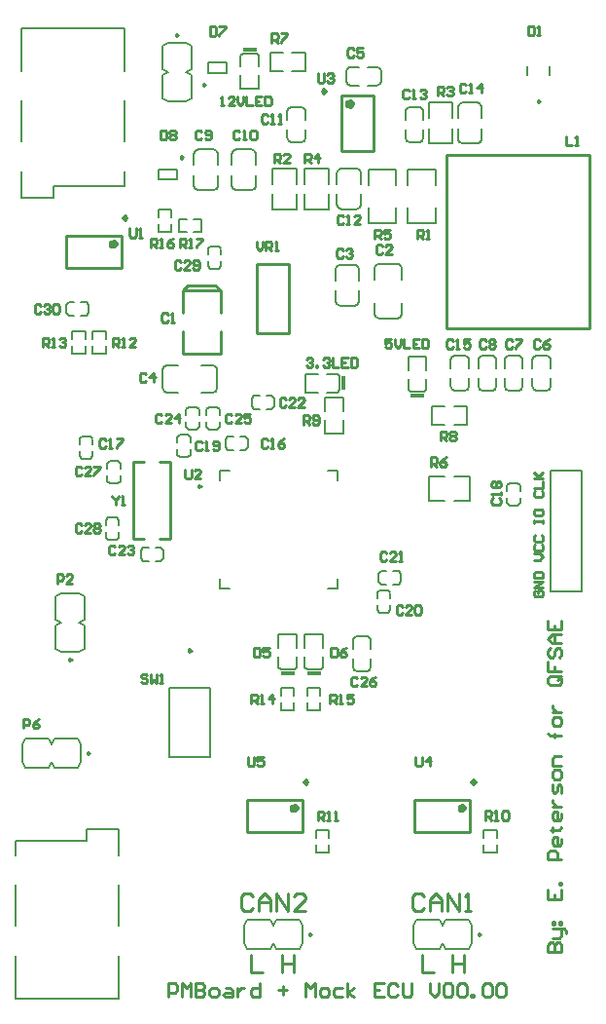
<source format=gto>
G04*
G04 #@! TF.GenerationSoftware,Altium Limited,Altium Designer,20.1.14 (287)*
G04*
G04 Layer_Color=65535*
%FSLAX25Y25*%
%MOIN*%
G70*
G04*
G04 #@! TF.SameCoordinates,C5642C15-9C93-435C-A7BF-0FB1E55D52FF*
G04*
G04*
G04 #@! TF.FilePolarity,Positive*
G04*
G01*
G75*
%ADD10C,0.00787*%
%ADD11C,0.00984*%
%ADD12C,0.01181*%
%ADD13C,0.01575*%
%ADD14C,0.01000*%
%ADD15R,0.04724X0.01181*%
%ADD16R,0.01181X0.04724*%
D10*
X181602Y181339D02*
X180736Y180472D01*
X185264D02*
X184398Y181339D01*
X180736Y174528D02*
X181602Y173661D01*
X184398D02*
X185264Y174528D01*
X161390Y214531D02*
X161851Y213418D01*
X162965Y212957D01*
X166035D02*
X167149Y213418D01*
X167610Y214531D01*
X167610Y223468D02*
X167149Y224582D01*
X166035Y225043D01*
X162965Y225043D02*
X161851Y224582D01*
X161390Y223468D01*
X170890Y214531D02*
X171351Y213418D01*
X172465Y212957D01*
X175535D02*
X176649Y213418D01*
X177110Y214531D01*
X177110Y223468D02*
X176649Y224582D01*
X175535Y225043D01*
X172465Y225043D02*
X171351Y224582D01*
X170890Y223468D01*
X179890Y214531D02*
X180351Y213418D01*
X181465Y212957D01*
X184535D02*
X185649Y213418D01*
X186110Y214531D01*
X186110Y223468D02*
X185649Y224582D01*
X184535Y225043D01*
X181465Y225043D02*
X180351Y224582D01*
X179890Y223468D01*
X189390Y214531D02*
X189851Y213418D01*
X190965Y212957D01*
X194035D02*
X195149Y213418D01*
X195610Y214531D01*
X195610Y223468D02*
X195149Y224582D01*
X194035Y225043D01*
X190965Y225043D02*
X189851Y224582D01*
X189390Y223468D01*
X137102Y144665D02*
X136236Y143799D01*
X140764D02*
X139898Y144665D01*
X136236Y137854D02*
X137102Y136988D01*
X139898D02*
X140764Y137854D01*
X68602Y197839D02*
X67736Y196972D01*
X72264D02*
X71398Y197839D01*
X67736Y191028D02*
X68602Y190161D01*
X71398D02*
X72264Y191028D01*
X35102Y197339D02*
X34236Y196472D01*
X38764D02*
X37898Y197339D01*
X34236Y190528D02*
X35102Y189661D01*
X37898D02*
X38764Y190528D01*
X84161Y193602D02*
X85028Y192736D01*
Y197264D02*
X84161Y196398D01*
X90972Y192736D02*
X91839Y193602D01*
Y196398D02*
X90972Y197264D01*
X79102Y262339D02*
X78236Y261472D01*
X82764D02*
X81898Y262339D01*
X78236Y255528D02*
X79102Y254661D01*
X81898D02*
X82764Y255528D01*
X127890Y118532D02*
X128351Y117418D01*
X129465Y116957D01*
X132535D02*
X133649Y117418D01*
X134110Y118532D01*
X134110Y127469D02*
X133649Y128582D01*
X132535Y129043D01*
X129465Y129043D02*
X128351Y128582D01*
X127890Y127469D01*
X62839Y158398D02*
X61972Y159264D01*
Y154736D02*
X62839Y155602D01*
X56028Y159264D02*
X55161Y158398D01*
Y155602D02*
X56028Y154736D01*
X100839Y210398D02*
X99972Y211264D01*
Y206736D02*
X100839Y207602D01*
X94028Y211264D02*
X93161Y210398D01*
Y207602D02*
X94028Y206736D01*
X81398Y199661D02*
X82264Y200528D01*
X77736D02*
X78602Y199661D01*
X82264Y206472D02*
X81398Y207339D01*
X78602D02*
X77736Y206472D01*
X74398Y199661D02*
X75264Y200528D01*
X70736D02*
X71602Y199661D01*
X75264Y206472D02*
X74398Y207339D01*
X71602D02*
X70736Y206472D01*
X46898Y161835D02*
X47764Y162701D01*
X43236D02*
X44102Y161835D01*
X47764Y168646D02*
X46898Y169512D01*
X44102D02*
X43236Y168646D01*
X44602Y188839D02*
X43736Y187972D01*
X48264D02*
X47398Y188839D01*
X43736Y182028D02*
X44602Y181161D01*
X47398D02*
X48264Y182028D01*
X79697Y212276D02*
X80810Y212737D01*
X81272Y213850D01*
Y220150D02*
X80810Y221263D01*
X79697Y221724D01*
X64303D02*
X63190Y221263D01*
X62728Y220150D01*
Y213850D02*
X63190Y212737D01*
X64303Y212276D01*
X37339Y242398D02*
X36472Y243264D01*
Y238736D02*
X37339Y239602D01*
X30528Y243264D02*
X29661Y242398D01*
Y239602D02*
X30528Y238736D01*
X123500Y255968D02*
X122386Y255507D01*
X121925Y254394D01*
X130075Y254394D02*
X129614Y255507D01*
X128500Y255968D01*
X128500Y242032D02*
X129614Y242493D01*
X130075Y243606D01*
X121925Y243606D02*
X122386Y242493D01*
X123500Y242032D01*
X122425Y276606D02*
X122886Y275493D01*
X124000Y275031D01*
X129000Y275031D02*
X130114Y275493D01*
X130575Y276606D01*
X130575Y287394D02*
X130114Y288507D01*
X129000Y288968D01*
X124000Y288968D02*
X122886Y288507D01*
X122425Y287394D01*
X152110Y308469D02*
X151649Y309582D01*
X150535Y310043D01*
X147465D02*
X146351Y309582D01*
X145890Y308469D01*
X145890Y299532D02*
X146351Y298418D01*
X147465Y297957D01*
X150535Y297957D02*
X151649Y298418D01*
X152110Y299532D01*
X163925Y299106D02*
X164386Y297993D01*
X165500Y297532D01*
X170500Y297532D02*
X171614Y297993D01*
X172075Y299106D01*
X172075Y309894D02*
X171614Y311007D01*
X170500Y311469D01*
X165500Y311469D02*
X164386Y311007D01*
X163925Y309894D01*
X106965Y310043D02*
X105851Y309582D01*
X105390Y308469D01*
X111610Y308469D02*
X111149Y309582D01*
X110035Y310043D01*
X110035Y297957D02*
X111149Y298418D01*
X111610Y299532D01*
X105390D02*
X105851Y298418D01*
X106965Y297957D01*
X144339Y150398D02*
X143472Y151264D01*
Y146736D02*
X144339Y147602D01*
X137528Y151264D02*
X136661Y150398D01*
Y147602D02*
X137528Y146736D01*
X136850Y256272D02*
X135737Y255810D01*
X135276Y254697D01*
X144724D02*
X144263Y255810D01*
X143150Y256272D01*
Y237728D02*
X144263Y238190D01*
X144724Y239303D01*
X135276Y239303D02*
X135737Y238190D01*
X136850Y237728D01*
X125488Y318965D02*
X125949Y317851D01*
X127063Y317390D01*
X127063Y323610D02*
X125949Y323149D01*
X125488Y322035D01*
X137575Y322035D02*
X137114Y323149D01*
X136000Y323610D01*
Y317390D02*
X137114Y317851D01*
X137575Y318965D01*
X88000Y295472D02*
X86886Y295011D01*
X86425Y293898D01*
X94575Y293898D02*
X94113Y295011D01*
X93000Y295472D01*
X93000Y281535D02*
X94114Y281997D01*
X94575Y283110D01*
X86425Y283110D02*
X86886Y281997D01*
X88000Y281535D01*
X75000Y295468D02*
X73886Y295007D01*
X73425Y293894D01*
X81575Y293894D02*
X81113Y295007D01*
X80000Y295468D01*
X80000Y281532D02*
X81114Y281993D01*
X81575Y283106D01*
X73425Y283106D02*
X73886Y281993D01*
X75000Y281532D01*
X181602Y181339D02*
X184398D01*
X180736Y178681D02*
Y180453D01*
X185264Y178681D02*
Y180453D01*
X180736Y174547D02*
Y176319D01*
X185264Y174547D02*
Y176319D01*
X181602Y173661D02*
X184398D01*
X148500Y23969D02*
Y30031D01*
X167516Y22000D02*
X168500Y23969D01*
X159485Y22000D02*
X167516D01*
X158500Y23969D02*
X159485Y22000D01*
X157516D02*
X158500Y23969D01*
X149485Y22000D02*
X157516D01*
X148500Y23969D02*
X149485Y22000D01*
X148500Y30031D02*
X149485Y32000D01*
X157516D01*
X158500Y30031D01*
X159485Y32000D01*
X167516D01*
X168500Y30031D01*
Y23969D02*
Y30031D01*
X167610Y214531D02*
Y217425D01*
X167610Y220575D02*
Y223468D01*
X161390Y220575D02*
Y223468D01*
X162965Y212957D02*
X166035D01*
X162965Y225043D02*
X166035D01*
X161390Y214531D02*
Y217425D01*
X177110Y214531D02*
Y217425D01*
X177110Y220575D02*
Y223468D01*
X170890Y220575D02*
Y223468D01*
X172465Y212957D02*
X175535D01*
X172465Y225043D02*
X175535D01*
X170890Y214531D02*
Y217425D01*
X186110Y214531D02*
Y217425D01*
X186110Y220575D02*
Y223468D01*
X179890Y220575D02*
Y223468D01*
X181465Y212957D02*
X184535D01*
X181465Y225043D02*
X184535D01*
X179890Y214531D02*
Y217425D01*
X195610Y214531D02*
Y217425D01*
X195610Y220575D02*
Y223468D01*
X189390Y220575D02*
Y223468D01*
X190965Y212957D02*
X194035D01*
X190965Y225043D02*
X194035D01*
X189390Y214531D02*
Y217425D01*
X137102Y144665D02*
X139898D01*
X136236Y142008D02*
Y143780D01*
X140764Y142008D02*
Y143780D01*
X136236Y137874D02*
Y139646D01*
X140764Y137874D02*
Y139646D01*
X137102Y136988D02*
X139898D01*
X68602Y197839D02*
X71398D01*
X67736Y195181D02*
Y196953D01*
X72264Y195181D02*
Y196953D01*
X67736Y191047D02*
Y192819D01*
X72264Y191047D02*
Y192819D01*
X68602Y190161D02*
X71398D01*
X35102Y197339D02*
X37898D01*
X34236Y194681D02*
Y196453D01*
X38764Y194681D02*
Y196453D01*
X34236Y190547D02*
Y192319D01*
X38764Y190547D02*
Y192319D01*
X35102Y189661D02*
X37898D01*
X84161Y193602D02*
Y196398D01*
X85047Y192736D02*
X86819D01*
X85047Y197264D02*
X86819D01*
X89181Y192736D02*
X90953D01*
X89181Y197264D02*
X90953D01*
X91839Y193602D02*
Y196398D01*
X79102Y262339D02*
X81898D01*
X78236Y259681D02*
Y261453D01*
X82764Y259681D02*
Y261453D01*
X78236Y255547D02*
Y257319D01*
X82764Y255547D02*
Y257319D01*
X79102Y254661D02*
X81898D01*
X134110Y118532D02*
Y121425D01*
X134110Y124575D02*
Y127469D01*
X127890Y124575D02*
Y127469D01*
X129465Y116957D02*
X132535D01*
X129465Y129043D02*
X132535D01*
X127890Y118532D02*
Y121425D01*
X112236Y103661D02*
X116764D01*
X112236Y111339D02*
X116764D01*
X112236Y103661D02*
Y106319D01*
Y108681D02*
Y111339D01*
X116764Y103661D02*
Y106319D01*
Y108681D02*
Y111339D01*
X62839Y155602D02*
Y158398D01*
X60181Y159264D02*
X61953D01*
X60181Y154736D02*
X61953D01*
X56047Y159264D02*
X57819D01*
X56047Y154736D02*
X57819D01*
X55161Y155602D02*
Y158398D01*
X78890Y87689D02*
Y111311D01*
X65110D02*
X78890D01*
X65110Y87689D02*
X78890D01*
X65110D02*
Y111311D01*
X117610Y125075D02*
Y129543D01*
Y118382D02*
Y121925D01*
X111390Y125075D02*
Y129543D01*
X112150Y117595D02*
X116850D01*
X111390Y129543D02*
X117610D01*
X111390Y118382D02*
Y121925D01*
Y118382D02*
X112150Y117595D01*
X116850D02*
X117610Y118382D01*
X103236Y103661D02*
X107764D01*
X103236Y111339D02*
X107764D01*
X103236Y103661D02*
Y106319D01*
Y108681D02*
Y111339D01*
X107764Y103661D02*
Y106319D01*
Y108681D02*
Y111339D01*
X108610Y125075D02*
Y129543D01*
Y118382D02*
Y121925D01*
X102390Y125075D02*
Y129543D01*
X103150Y117595D02*
X107850D01*
X102390Y129543D02*
X108610D01*
X102390Y118382D02*
Y121925D01*
Y118382D02*
X103150Y117595D01*
X107850D02*
X108610Y118382D01*
X124610Y206075D02*
Y210543D01*
Y198457D02*
Y202925D01*
X118390Y206075D02*
Y210543D01*
Y198457D02*
X124610D01*
X118390Y210543D02*
X124610D01*
X118390Y198457D02*
Y202925D01*
X111457Y218610D02*
X115925D01*
X119075D02*
X122618D01*
X111457Y212390D02*
X115925D01*
X123406Y213150D02*
Y217850D01*
X111457Y212390D02*
Y218610D01*
X119075Y212390D02*
X122618D01*
X123406Y213150D01*
X122618Y218610D02*
X123406Y217850D01*
X154957Y207610D02*
X159425D01*
X162575D02*
X167043D01*
X154957Y201390D02*
X159425D01*
X167043D02*
Y207610D01*
X154957Y201390D02*
Y207610D01*
X162575Y201390D02*
X167043D01*
X153110Y220075D02*
Y224543D01*
Y213382D02*
Y216925D01*
X146890Y220075D02*
Y224543D01*
X147650Y212595D02*
X152350D01*
X146890Y224543D02*
X153110D01*
X146890Y213382D02*
Y216925D01*
Y213382D02*
X147650Y212595D01*
X152350D02*
X153110Y213382D01*
X82421Y185579D02*
X85669D01*
X119331D02*
X122579D01*
Y145421D02*
Y148669D01*
Y182331D02*
Y185579D01*
X82421Y145421D02*
X85669D01*
X119331D02*
X122579D01*
X82421D02*
Y148669D01*
Y182331D02*
Y185579D01*
X100839Y207602D02*
Y210398D01*
X98181Y211264D02*
X99953D01*
X98181Y206736D02*
X99953D01*
X94047Y211264D02*
X95819D01*
X94047Y206736D02*
X95819D01*
X93161Y207602D02*
Y210398D01*
X78602Y199661D02*
X81398D01*
X82264Y200547D02*
Y202319D01*
X77736Y200547D02*
Y202319D01*
X82264Y204681D02*
Y206453D01*
X77736Y204681D02*
Y206453D01*
X78602Y207339D02*
X81398D01*
X71602Y199661D02*
X74398D01*
X75264Y200547D02*
Y202319D01*
X70736Y200547D02*
Y202319D01*
X75264Y204681D02*
Y206453D01*
X70736Y204681D02*
Y206453D01*
X71602Y207339D02*
X74398D01*
X75839Y267236D02*
Y271764D01*
X68161Y267236D02*
Y271764D01*
X73181Y267236D02*
X75839D01*
X68161D02*
X70819D01*
X73181Y271764D02*
X75839D01*
X68161D02*
X70819D01*
X61236Y267335D02*
X65764D01*
X61236Y275012D02*
X65764D01*
X61236Y267335D02*
Y269992D01*
Y272354D02*
Y275012D01*
X65764Y267335D02*
Y269992D01*
Y272354D02*
Y275012D01*
X44102Y161835D02*
X46898D01*
X47764Y162721D02*
Y164492D01*
X43236Y162721D02*
Y164492D01*
X47764Y166854D02*
Y168626D01*
X43236Y166854D02*
Y168626D01*
X44102Y169512D02*
X46898D01*
X44602Y188839D02*
X47398D01*
X43736Y186181D02*
Y187953D01*
X48264Y186181D02*
Y187953D01*
X43736Y182047D02*
Y183819D01*
X48264Y182047D02*
Y183819D01*
X44602Y181161D02*
X47398D01*
X81272Y213850D02*
Y220150D01*
X62728Y213850D02*
Y220150D01*
X75937Y212276D02*
X79697D01*
X64303D02*
X68063D01*
X64303Y221724D02*
X68063D01*
X75937D02*
X79697D01*
X47717Y54047D02*
Y62906D01*
Y29835D02*
Y43811D01*
Y5032D02*
Y19598D01*
X12284Y5032D02*
X47717D01*
X36693Y62906D02*
X47717D01*
X36693Y58969D02*
Y62906D01*
X12284Y58969D02*
X36693D01*
X12284Y5032D02*
Y19598D01*
Y29835D02*
Y43811D01*
Y54047D02*
Y58969D01*
X31736Y225661D02*
X36264D01*
X31736Y233339D02*
X36264D01*
X31736Y225661D02*
Y228319D01*
Y230681D02*
Y233339D01*
X36264Y225661D02*
Y228319D01*
Y230681D02*
Y233339D01*
X38736Y225661D02*
X43264D01*
X38736Y233339D02*
X43264D01*
X38736Y225661D02*
Y228319D01*
Y230681D02*
Y233339D01*
X43264Y225661D02*
Y228319D01*
Y230681D02*
Y233339D01*
X37339Y239602D02*
Y242398D01*
X34681Y243264D02*
X36453D01*
X34681Y238736D02*
X36453D01*
X30547Y243264D02*
X32319D01*
X30547Y238736D02*
X32319D01*
X29661Y239602D02*
Y242398D01*
X121925Y243606D02*
Y247228D01*
Y250772D02*
Y254394D01*
X130075Y250772D02*
Y254394D01*
X123500Y255968D02*
X128500D01*
X130075Y243606D02*
Y247228D01*
X123500Y242032D02*
X128500D01*
X146776Y283437D02*
Y288772D01*
X156224Y283437D02*
Y288772D01*
Y270228D02*
Y275563D01*
X146776Y270228D02*
X156224D01*
X146776Y288772D02*
X156224D01*
X146776Y270228D02*
Y275563D01*
X133276Y283437D02*
Y288772D01*
X142724Y283437D02*
Y288772D01*
Y270228D02*
Y275563D01*
X133276Y270228D02*
X142724D01*
X133276Y288772D02*
X142724D01*
X133276Y270228D02*
Y275563D01*
X124000Y275031D02*
X129000D01*
X130575Y276606D02*
Y280228D01*
X124000Y288968D02*
X129000D01*
X130575Y283772D02*
Y287394D01*
X122425Y283772D02*
Y287394D01*
Y276606D02*
Y280228D01*
X100425Y288968D02*
X108575D01*
X100425Y275031D02*
X108575D01*
Y280228D01*
Y283772D02*
Y288968D01*
X100425Y283772D02*
Y288968D01*
Y275031D02*
Y280228D01*
X111425Y288968D02*
X119575D01*
X111425Y275031D02*
X119575D01*
Y280228D01*
Y283772D02*
Y288968D01*
X111425Y283772D02*
Y288968D01*
Y275031D02*
Y280228D01*
X145890Y305575D02*
Y308469D01*
X145890Y299532D02*
Y302425D01*
X152110Y299532D02*
Y302425D01*
X147465Y310043D02*
X150535D01*
X147465Y297957D02*
X150535D01*
X152110Y305575D02*
Y308469D01*
X153925Y297532D02*
X162075D01*
X153925Y311469D02*
X162075D01*
X153925Y306272D02*
Y311469D01*
Y297532D02*
Y302728D01*
X162075Y297532D02*
Y302728D01*
Y306272D02*
Y311469D01*
X165500Y297532D02*
X170500D01*
X172075Y299106D02*
Y302728D01*
X165500Y311469D02*
X170500D01*
X172075Y306272D02*
Y309894D01*
X163925Y306272D02*
Y309894D01*
Y299106D02*
Y302728D01*
X105390Y299532D02*
Y302425D01*
X106965Y310043D02*
X110035D01*
X106965Y297957D02*
X110035D01*
X105390Y305575D02*
Y308469D01*
X111610Y305575D02*
Y308469D01*
X111610Y299532D02*
Y302425D01*
X78252Y325272D02*
X84748D01*
X78252Y321728D02*
X84748D01*
X78252D02*
Y325272D01*
X84748Y321728D02*
Y325272D01*
X61252Y285228D02*
X67748D01*
X61252Y288772D02*
X67748D01*
Y285228D02*
Y288772D01*
X61252Y285228D02*
Y288772D01*
X64469Y332000D02*
X70531D01*
X62500Y331016D02*
X64469Y332000D01*
X62500Y322985D02*
Y331016D01*
Y322985D02*
X64469Y322000D01*
X62500Y321016D02*
X64469Y322000D01*
X62500Y312985D02*
Y321016D01*
Y312985D02*
X64469Y312000D01*
X70531D02*
X72500Y312985D01*
Y321016D01*
X70531Y322000D02*
X72500Y321016D01*
X70531Y322000D02*
X72500Y322985D01*
Y331016D01*
X70531Y332000D02*
X72500Y331016D01*
X64469Y312000D02*
X70531D01*
X89390Y327618D02*
X90150Y328405D01*
X94850D02*
X95610Y327618D01*
Y324075D02*
Y327618D01*
X89390Y316457D02*
X95610D01*
X90150Y328405D02*
X94850D01*
X95610Y316457D02*
Y320925D01*
X89390Y324075D02*
Y327618D01*
Y316457D02*
Y320925D01*
X107075Y322390D02*
X111543D01*
X99457D02*
Y328610D01*
X111543Y322390D02*
Y328610D01*
X99457Y322390D02*
X103925D01*
X107075Y328610D02*
X111543D01*
X99457D02*
X103925D01*
X14284Y279095D02*
Y287953D01*
Y298189D02*
Y312165D01*
Y322402D02*
Y336968D01*
X49716D01*
X14284Y279095D02*
X25307D01*
Y283032D01*
X49716D01*
Y322402D02*
Y336968D01*
Y298189D02*
Y312165D01*
Y283032D02*
Y287953D01*
X195705Y185591D02*
X206295D01*
X195705Y144409D02*
Y185591D01*
Y144409D02*
X206295D01*
Y185591D01*
X144339Y147602D02*
Y150398D01*
X141681Y151264D02*
X143453D01*
X141681Y146736D02*
X143453D01*
X137547Y151264D02*
X139319D01*
X137547Y146736D02*
X139319D01*
X136661Y147602D02*
Y150398D01*
X27969Y123500D02*
X34031D01*
X36000Y124484D01*
Y132515D01*
X34031Y133500D02*
X36000Y132515D01*
X34031Y133500D02*
X36000Y134484D01*
Y142515D01*
X34031Y143500D02*
X36000Y142515D01*
X26000D02*
X27969Y143500D01*
X26000Y134484D02*
Y142515D01*
Y134484D02*
X27969Y133500D01*
X26000Y132515D02*
X27969Y133500D01*
X26000Y124484D02*
Y132515D01*
Y124484D02*
X27969Y123500D01*
Y143500D02*
X34031D01*
X162772Y175425D02*
X167968D01*
X154032D02*
X159228D01*
X154032Y183575D02*
X159228D01*
X162772D02*
X167968D01*
Y175425D02*
Y183575D01*
X154032Y175425D02*
Y183575D01*
X144724Y239303D02*
Y243063D01*
Y250937D02*
Y254697D01*
X135276Y250937D02*
Y254697D01*
Y239303D02*
Y243063D01*
X136850Y256272D02*
X143150D01*
X136850Y237728D02*
X143150D01*
X34500Y85969D02*
Y92031D01*
X33516Y94000D02*
X34500Y92031D01*
X25485Y94000D02*
X33516D01*
X24500Y92031D02*
X25485Y94000D01*
X23516D02*
X24500Y92031D01*
X15485Y94000D02*
X23516D01*
X14500Y92031D02*
X15485Y94000D01*
X14500Y85969D02*
X15485Y84000D01*
X23516D01*
X24500Y85969D01*
X25485Y84000D01*
X33516D01*
X34500Y85969D01*
X14500D02*
Y92031D01*
X119764Y59854D02*
Y62512D01*
Y54835D02*
Y57492D01*
X115236Y59854D02*
Y62512D01*
Y54835D02*
Y57492D01*
Y62512D02*
X119764D01*
X115236Y54835D02*
X119764D01*
X177264Y60008D02*
Y62665D01*
Y54988D02*
Y57646D01*
X172736Y60008D02*
Y62665D01*
Y54988D02*
Y57646D01*
Y62665D02*
X177264D01*
X172736Y54988D02*
X177264D01*
X110500Y23969D02*
Y30031D01*
X109516Y32000D02*
X110500Y30031D01*
X101485Y32000D02*
X109516D01*
X100500Y30031D02*
X101485Y32000D01*
X99516D02*
X100500Y30031D01*
X91485Y32000D02*
X99516D01*
X90500Y30031D02*
X91485Y32000D01*
X90500Y23969D02*
X91485Y22000D01*
X99516D01*
X100500Y23969D01*
X101485Y22000D01*
X109516D01*
X110500Y23969D01*
X90500D02*
Y30031D01*
X133106Y317390D02*
X136000D01*
X125488Y318965D02*
Y322035D01*
X137575Y318965D02*
Y322035D01*
X127063Y317390D02*
X129957D01*
X127063Y323610D02*
X129957D01*
X133106Y323610D02*
X136000D01*
X195339Y320984D02*
Y324016D01*
X187661Y320984D02*
Y324016D01*
X86425Y283110D02*
Y286732D01*
Y290276D02*
Y293898D01*
X94575Y290276D02*
Y293898D01*
X88000Y295472D02*
X93000D01*
X94575Y283110D02*
Y286732D01*
X88000Y281535D02*
X93000D01*
X73425Y283106D02*
Y286728D01*
Y290272D02*
Y293894D01*
X81575Y290272D02*
Y293894D01*
X75000Y295468D02*
X80000D01*
X81575Y283106D02*
Y286728D01*
X75000Y281532D02*
X80000D01*
D11*
X171551Y27000D02*
X170813Y27426D01*
Y26574D01*
X171551Y27000D01*
X72492Y124087D02*
X71754Y124513D01*
Y123660D01*
X72492Y124087D01*
X75827Y180264D02*
X75089Y180690D01*
Y179838D01*
X75827Y180264D01*
X77425Y317693D02*
X76687Y318119D01*
Y317267D01*
X77425Y317693D01*
X69559Y292807D02*
X68821Y293233D01*
Y292381D01*
X69559Y292807D01*
X67992Y334559D02*
X67254Y334985D01*
Y334133D01*
X67992Y334559D01*
X31492Y120941D02*
X30754Y121367D01*
Y120515D01*
X31492Y120941D01*
X37551Y89000D02*
X36813Y89426D01*
Y88574D01*
X37551Y89000D01*
X113551Y27000D02*
X112813Y27426D01*
Y26574D01*
X113551Y27000D01*
X191992Y311968D02*
X191254Y312395D01*
Y311542D01*
X191992Y311968D01*
D12*
X50417Y271917D02*
X49827Y272508D01*
X49236Y271917D01*
X49827Y271327D01*
X50417Y271917D01*
X118673Y315327D02*
X118083Y315917D01*
X117492Y315327D01*
X118083Y314736D01*
X118673Y315327D01*
X112417Y78917D02*
X111827Y79508D01*
X111236Y78917D01*
X111827Y78327D01*
X112417Y78917D01*
X169917D02*
X169327Y79508D01*
X168736Y78917D01*
X169327Y78327D01*
X169917Y78917D01*
D13*
X46480Y263256D02*
X45936Y264005D01*
X45056Y263719D01*
Y262793D01*
X45936Y262507D01*
X46480Y263256D01*
X127532Y311193D02*
X126987Y311942D01*
X126107Y311656D01*
Y310730D01*
X126987Y310444D01*
X127532Y311193D01*
X108480Y70256D02*
X107936Y71005D01*
X107056Y70719D01*
Y69793D01*
X107936Y69507D01*
X108480Y70256D01*
X165980D02*
X165436Y71005D01*
X164556Y70719D01*
Y69793D01*
X165436Y69507D01*
X165980Y70256D01*
D14*
X52701Y188591D02*
X52701Y162409D01*
X56244D01*
X52701Y188591D02*
X56244D01*
X61756Y162409D02*
X65299D01*
X61756Y188591D02*
X65299D01*
X65299Y162409D01*
X94988Y256311D02*
X106012D01*
X94988Y232689D02*
Y256311D01*
Y232689D02*
X106012D01*
Y256311D01*
X69504Y247236D02*
X82496D01*
X69504Y225764D02*
Y233350D01*
X82496Y225764D02*
Y233350D01*
X69504Y239650D02*
Y247236D01*
Y225764D02*
X82496D01*
Y239650D02*
Y247236D01*
X71276Y248953D02*
X80724D01*
X82496Y247236D01*
X69504D02*
X71276Y248953D01*
X29551Y266012D02*
X48449D01*
X29551Y254988D02*
X48449D01*
Y266012D01*
X29551Y254988D02*
Y266012D01*
X123988Y295051D02*
Y313949D01*
X135012Y295051D02*
Y313949D01*
X123988D02*
X135012D01*
X123988Y295051D02*
X135012D01*
X209106Y234433D02*
Y293528D01*
X159894D02*
X209106D01*
X159894Y234433D02*
Y293528D01*
Y234433D02*
X209106D01*
X91551Y61988D02*
Y73012D01*
X110449Y61988D02*
Y73012D01*
X91551Y61988D02*
X110449D01*
X91551Y73012D02*
X110449D01*
X149051Y61988D02*
Y73012D01*
X167949Y61988D02*
Y73012D01*
X149051Y61988D02*
X167949D01*
X149051Y73012D02*
X167949D01*
X190376Y144599D02*
X189851Y144074D01*
Y143025D01*
X190376Y142500D01*
X192475D01*
X193000Y143025D01*
Y144074D01*
X192475Y144599D01*
X191426D01*
Y143550D01*
X193000Y145649D02*
X189851D01*
X193000Y147748D01*
X189851D01*
Y148797D02*
X193000D01*
Y150372D01*
X192475Y150896D01*
X190376D01*
X189851Y150372D01*
Y148797D01*
Y155094D02*
X191951D01*
X193000Y156144D01*
X191951Y157193D01*
X189851D01*
X190376Y160342D02*
X189851Y159817D01*
Y158768D01*
X190376Y158243D01*
X192475D01*
X193000Y158768D01*
Y159817D01*
X192475Y160342D01*
X190376Y163491D02*
X189851Y162966D01*
Y161916D01*
X190376Y161391D01*
X192475D01*
X193000Y161916D01*
Y162966D01*
X192475Y163491D01*
X189851Y167689D02*
Y168738D01*
Y168213D01*
X193000D01*
Y167689D01*
Y168738D01*
X189851Y171887D02*
Y170837D01*
X190376Y170313D01*
X192475D01*
X193000Y170837D01*
Y171887D01*
X192475Y172412D01*
X190376D01*
X189851Y171887D01*
X190376Y178709D02*
X189851Y178184D01*
Y177135D01*
X190376Y176610D01*
X192475D01*
X193000Y177135D01*
Y178184D01*
X192475Y178709D01*
X189851Y179758D02*
X193000D01*
Y181857D01*
X189851Y182907D02*
X193000D01*
X191951D01*
X189851Y185006D01*
X191426Y183432D01*
X193000Y185006D01*
X175951Y176163D02*
X175426Y175639D01*
Y174589D01*
X175951Y174064D01*
X178050D01*
X178574Y174589D01*
Y175639D01*
X178050Y176163D01*
X178574Y177213D02*
Y178262D01*
Y177738D01*
X175426D01*
X175951Y177213D01*
Y179837D02*
X175426Y180361D01*
Y181411D01*
X175951Y181936D01*
X176475D01*
X177000Y181411D01*
X177525Y181936D01*
X178050D01*
X178574Y181411D01*
Y180361D01*
X178050Y179837D01*
X177525D01*
X177000Y180361D01*
X176475Y179837D01*
X175951D01*
X177000Y180361D02*
Y181411D01*
X151500Y19998D02*
Y14000D01*
X155499D01*
X162000Y19998D02*
Y14000D01*
Y16999D01*
X165999D01*
Y19998D01*
Y14000D01*
X103500Y19998D02*
Y14000D01*
Y16999D01*
X107499D01*
Y19998D01*
Y14000D01*
X93000Y19998D02*
Y14000D01*
X96999D01*
X152180Y39998D02*
X151180Y40998D01*
X149181D01*
X148181Y39998D01*
Y36000D01*
X149181Y35000D01*
X151180D01*
X152180Y36000D01*
X154179Y35000D02*
Y38999D01*
X156178Y40998D01*
X158178Y38999D01*
Y35000D01*
Y37999D01*
X154179D01*
X160177Y35000D02*
Y40998D01*
X164176Y35000D01*
Y40998D01*
X166175Y35000D02*
X168175D01*
X167175D01*
Y40998D01*
X166175Y39998D01*
X93499D02*
X92499Y40998D01*
X90500D01*
X89500Y39998D01*
Y36000D01*
X90500Y35000D01*
X92499D01*
X93499Y36000D01*
X95498Y35000D02*
Y38999D01*
X97497Y40998D01*
X99497Y38999D01*
Y35000D01*
Y37999D01*
X95498D01*
X101496Y35000D02*
Y40998D01*
X105495Y35000D01*
Y40998D01*
X111493Y35000D02*
X107494D01*
X111493Y38999D01*
Y39998D01*
X110493Y40998D01*
X108494D01*
X107494Y39998D01*
X82500Y310500D02*
X83549D01*
X83025D01*
Y313649D01*
X82500Y313124D01*
X87223Y310500D02*
X85124D01*
X87223Y312599D01*
Y313124D01*
X86698Y313649D01*
X85649D01*
X85124Y313124D01*
X88272Y313649D02*
Y311549D01*
X89322Y310500D01*
X90372Y311549D01*
Y313649D01*
X91421D02*
Y310500D01*
X93520D01*
X96669Y313649D02*
X94570D01*
Y310500D01*
X96669D01*
X94570Y312074D02*
X95619D01*
X97718Y313649D02*
Y310500D01*
X99292D01*
X99817Y311025D01*
Y313124D01*
X99292Y313649D01*
X97718D01*
X194703Y21000D02*
X199426D01*
Y23361D01*
X198639Y24149D01*
X197851D01*
X197064Y23361D01*
Y21000D01*
Y23361D01*
X196277Y24149D01*
X195490D01*
X194703Y23361D01*
Y21000D01*
X196277Y25723D02*
X198639D01*
X199426Y26510D01*
Y28872D01*
X200213D01*
X201000Y28084D01*
Y27297D01*
X199426Y28872D02*
X196277D01*
Y30446D02*
Y31233D01*
X197064D01*
Y30446D01*
X196277D01*
X198639D02*
Y31233D01*
X199426D01*
Y30446D01*
X198639D01*
X194703Y42253D02*
Y39104D01*
X199426D01*
Y42253D01*
X197064Y39104D02*
Y40679D01*
X199426Y43827D02*
X198639D01*
Y44614D01*
X199426D01*
Y43827D01*
Y52486D02*
X194703D01*
Y54847D01*
X195490Y55634D01*
X197064D01*
X197851Y54847D01*
Y52486D01*
X199426Y59570D02*
Y57996D01*
X198639Y57209D01*
X197064D01*
X196277Y57996D01*
Y59570D01*
X197064Y60357D01*
X197851D01*
Y57209D01*
X195490Y62719D02*
X196277D01*
Y61932D01*
Y63506D01*
Y62719D01*
X198639D01*
X199426Y63506D01*
Y68229D02*
Y66654D01*
X198639Y65867D01*
X197064D01*
X196277Y66654D01*
Y68229D01*
X197064Y69016D01*
X197851D01*
Y65867D01*
X196277Y70590D02*
X199426D01*
X197851D01*
X197064Y71377D01*
X196277Y72164D01*
Y72952D01*
X199426Y75313D02*
Y77675D01*
X198639Y78462D01*
X197851Y77675D01*
Y76100D01*
X197064Y75313D01*
X196277Y76100D01*
Y78462D01*
X199426Y80823D02*
Y82398D01*
X198639Y83185D01*
X197064D01*
X196277Y82398D01*
Y80823D01*
X197064Y80036D01*
X198639D01*
X199426Y80823D01*
Y84759D02*
X196277D01*
Y87120D01*
X197064Y87907D01*
X199426D01*
Y94992D02*
X195490D01*
X197064D01*
Y94205D01*
Y95779D01*
Y94992D01*
X195490D01*
X194703Y95779D01*
X199426Y98927D02*
Y100502D01*
X198639Y101289D01*
X197064D01*
X196277Y100502D01*
Y98927D01*
X197064Y98140D01*
X198639D01*
X199426Y98927D01*
X196277Y102863D02*
X199426D01*
X197851D01*
X197064Y103650D01*
X196277Y104438D01*
Y105225D01*
X198639Y115458D02*
X195490D01*
X194703Y114671D01*
Y113096D01*
X195490Y112309D01*
X198639D01*
X199426Y113096D01*
Y114671D01*
X197851Y113883D02*
X199426Y115458D01*
Y114671D02*
X198639Y115458D01*
X194703Y120180D02*
Y117032D01*
X197064D01*
Y118606D01*
Y117032D01*
X199426D01*
X195490Y124903D02*
X194703Y124116D01*
Y122542D01*
X195490Y121755D01*
X196277D01*
X197064Y122542D01*
Y124116D01*
X197851Y124903D01*
X198639D01*
X199426Y124116D01*
Y122542D01*
X198639Y121755D01*
X199426Y126478D02*
X196277D01*
X194703Y128052D01*
X196277Y129626D01*
X199426D01*
X197064D01*
Y126478D01*
X194703Y134349D02*
Y131201D01*
X199426D01*
Y134349D01*
X197064Y131201D02*
Y132775D01*
X64500Y5500D02*
Y10223D01*
X66861D01*
X67649Y9436D01*
Y7861D01*
X66861Y7074D01*
X64500D01*
X69223Y5500D02*
Y10223D01*
X70797Y8649D01*
X72372Y10223D01*
Y5500D01*
X73946Y10223D02*
Y5500D01*
X76307D01*
X77094Y6287D01*
Y7074D01*
X76307Y7861D01*
X73946D01*
X76307D01*
X77094Y8649D01*
Y9436D01*
X76307Y10223D01*
X73946D01*
X79456Y5500D02*
X81030D01*
X81817Y6287D01*
Y7861D01*
X81030Y8649D01*
X79456D01*
X78669Y7861D01*
Y6287D01*
X79456Y5500D01*
X84179Y8649D02*
X85753D01*
X86540Y7861D01*
Y5500D01*
X84179D01*
X83391Y6287D01*
X84179Y7074D01*
X86540D01*
X88114Y8649D02*
Y5500D01*
Y7074D01*
X88902Y7861D01*
X89689Y8649D01*
X90476D01*
X95986Y10223D02*
Y5500D01*
X93624D01*
X92837Y6287D01*
Y7861D01*
X93624Y8649D01*
X95986D01*
X102283Y7861D02*
X105432D01*
X103857Y9436D02*
Y6287D01*
X111729Y5500D02*
Y10223D01*
X113303Y8649D01*
X114877Y10223D01*
Y5500D01*
X117239D02*
X118813D01*
X119600Y6287D01*
Y7861D01*
X118813Y8649D01*
X117239D01*
X116452Y7861D01*
Y6287D01*
X117239Y5500D01*
X124323Y8649D02*
X121962D01*
X121175Y7861D01*
Y6287D01*
X121962Y5500D01*
X124323D01*
X125897D02*
Y10223D01*
Y7074D02*
X128259Y8649D01*
X125897Y7074D02*
X128259Y5500D01*
X138492Y10223D02*
X135343D01*
Y5500D01*
X138492D01*
X135343Y7861D02*
X136917D01*
X143215Y9436D02*
X142428Y10223D01*
X140853D01*
X140066Y9436D01*
Y6287D01*
X140853Y5500D01*
X142428D01*
X143215Y6287D01*
X144789Y10223D02*
Y6287D01*
X145576Y5500D01*
X147150D01*
X147938Y6287D01*
Y10223D01*
X154235D02*
Y7074D01*
X155809Y5500D01*
X157383Y7074D01*
Y10223D01*
X158958Y9436D02*
X159745Y10223D01*
X161319D01*
X162106Y9436D01*
Y6287D01*
X161319Y5500D01*
X159745D01*
X158958Y6287D01*
Y9436D01*
X163681D02*
X164468Y10223D01*
X166042D01*
X166829Y9436D01*
Y6287D01*
X166042Y5500D01*
X164468D01*
X163681Y6287D01*
Y9436D01*
X168403Y5500D02*
Y6287D01*
X169191D01*
Y5500D01*
X168403D01*
X172339Y9436D02*
X173126Y10223D01*
X174700D01*
X175488Y9436D01*
Y6287D01*
X174700Y5500D01*
X173126D01*
X172339Y6287D01*
Y9436D01*
X177062D02*
X177849Y10223D01*
X179423D01*
X180211Y9436D01*
Y6287D01*
X179423Y5500D01*
X177849D01*
X177062Y6287D01*
Y9436D01*
X112000Y223624D02*
X112525Y224149D01*
X113574D01*
X114099Y223624D01*
Y223099D01*
X113574Y222574D01*
X113049D01*
X113574D01*
X114099Y222049D01*
Y221525D01*
X113574Y221000D01*
X112525D01*
X112000Y221525D01*
X115149Y221000D02*
Y221525D01*
X115673D01*
Y221000D01*
X115149D01*
X117772Y223624D02*
X118297Y224149D01*
X119347D01*
X119871Y223624D01*
Y223099D01*
X119347Y222574D01*
X118822D01*
X119347D01*
X119871Y222049D01*
Y221525D01*
X119347Y221000D01*
X118297D01*
X117772Y221525D01*
X120921Y224149D02*
Y221000D01*
X123020D01*
X126169Y224149D02*
X124070D01*
Y221000D01*
X126169D01*
X124070Y222574D02*
X125119D01*
X127218Y224149D02*
Y221000D01*
X128793D01*
X129317Y221525D01*
Y223624D01*
X128793Y224149D01*
X127218D01*
X141099Y230649D02*
X139000D01*
Y229074D01*
X140050Y229599D01*
X140574D01*
X141099Y229074D01*
Y228025D01*
X140574Y227500D01*
X139525D01*
X139000Y228025D01*
X142149Y230649D02*
Y228550D01*
X143198Y227500D01*
X144248Y228550D01*
Y230649D01*
X145297D02*
Y227500D01*
X147396D01*
X150545Y230649D02*
X148446D01*
Y227500D01*
X150545D01*
X148446Y229074D02*
X149495D01*
X151594Y230649D02*
Y227500D01*
X153169D01*
X153693Y228025D01*
Y230124D01*
X153169Y230649D01*
X151594D01*
X45401Y177074D02*
Y176549D01*
X46450Y175500D01*
X47500Y176549D01*
Y177074D01*
X46450Y175500D02*
Y173926D01*
X48550D02*
X49599D01*
X49074D01*
Y177074D01*
X48550Y176549D01*
X94827Y264074D02*
Y261975D01*
X95876Y260926D01*
X96926Y261975D01*
Y264074D01*
X97975Y260926D02*
Y264074D01*
X99550D01*
X100074Y263549D01*
Y262500D01*
X99550Y261975D01*
X97975D01*
X99025D02*
X100074Y260926D01*
X101124D02*
X102173D01*
X101649D01*
Y264074D01*
X101124Y263549D01*
X91900Y87749D02*
Y85125D01*
X92425Y84600D01*
X93474D01*
X93999Y85125D01*
Y87749D01*
X97148D02*
X95049D01*
Y86174D01*
X96098Y86699D01*
X96623D01*
X97148Y86174D01*
Y85125D01*
X96623Y84600D01*
X95573D01*
X95049Y85125D01*
X149400Y87749D02*
Y85125D01*
X149925Y84600D01*
X150974D01*
X151499Y85125D01*
Y87749D01*
X154123Y84600D02*
Y87749D01*
X152549Y86174D01*
X154648D01*
X115876Y321574D02*
Y318951D01*
X116401Y318426D01*
X117450D01*
X117975Y318951D01*
Y321574D01*
X119025Y321049D02*
X119550Y321574D01*
X120599D01*
X121124Y321049D01*
Y320525D01*
X120599Y320000D01*
X120074D01*
X120599D01*
X121124Y319475D01*
Y318951D01*
X120599Y318426D01*
X119550D01*
X119025Y318951D01*
X70376Y186074D02*
Y183450D01*
X70901Y182926D01*
X71951D01*
X72475Y183450D01*
Y186074D01*
X75624Y182926D02*
X73525D01*
X75624Y185025D01*
Y185549D01*
X75099Y186074D01*
X74050D01*
X73525Y185549D01*
X51401Y268574D02*
Y265950D01*
X51926Y265426D01*
X52975D01*
X53500Y265950D01*
Y268574D01*
X54549Y265426D02*
X55599D01*
X55074D01*
Y268574D01*
X54549Y268050D01*
X57426Y115550D02*
X56901Y116074D01*
X55851D01*
X55327Y115550D01*
Y115025D01*
X55851Y114500D01*
X56901D01*
X57426Y113975D01*
Y113451D01*
X56901Y112926D01*
X55851D01*
X55327Y113451D01*
X58475Y116074D02*
Y112926D01*
X59525Y113975D01*
X60574Y112926D01*
Y116074D01*
X61624Y112926D02*
X62673D01*
X62149D01*
Y116074D01*
X61624Y115550D01*
X68564Y261926D02*
Y265074D01*
X70139D01*
X70663Y264549D01*
Y263500D01*
X70139Y262975D01*
X68564D01*
X69614D02*
X70663Y261926D01*
X71713D02*
X72762D01*
X72238D01*
Y265074D01*
X71713Y264549D01*
X74337Y265074D02*
X76436D01*
Y264549D01*
X74337Y262451D01*
Y261926D01*
X58564D02*
Y265074D01*
X60139D01*
X60663Y264549D01*
Y263500D01*
X60139Y262975D01*
X58564D01*
X59614D02*
X60663Y261926D01*
X61713D02*
X62762D01*
X62238D01*
Y265074D01*
X61713Y264549D01*
X66436Y265074D02*
X65386Y264549D01*
X64337Y263500D01*
Y262451D01*
X64862Y261926D01*
X65911D01*
X66436Y262451D01*
Y262975D01*
X65911Y263500D01*
X64337D01*
X120064Y105926D02*
Y109074D01*
X121639D01*
X122163Y108549D01*
Y107500D01*
X121639Y106975D01*
X120064D01*
X121114D02*
X122163Y105926D01*
X123213D02*
X124262D01*
X123738D01*
Y109074D01*
X123213Y108549D01*
X127936Y109074D02*
X125837D01*
Y107500D01*
X126886Y108025D01*
X127411D01*
X127936Y107500D01*
Y106450D01*
X127411Y105926D01*
X126361D01*
X125837Y106450D01*
X93064Y105926D02*
Y109074D01*
X94639D01*
X95163Y108549D01*
Y107500D01*
X94639Y106975D01*
X93064D01*
X94114D02*
X95163Y105926D01*
X96213D02*
X97262D01*
X96738D01*
Y109074D01*
X96213Y108549D01*
X100411Y105926D02*
Y109074D01*
X98837Y107500D01*
X100936D01*
X21564Y227926D02*
Y231074D01*
X23139D01*
X23663Y230550D01*
Y229500D01*
X23139Y228975D01*
X21564D01*
X22614D02*
X23663Y227926D01*
X24713D02*
X25762D01*
X25238D01*
Y231074D01*
X24713Y230550D01*
X27337D02*
X27861Y231074D01*
X28911D01*
X29436Y230550D01*
Y230025D01*
X28911Y229500D01*
X28386D01*
X28911D01*
X29436Y228975D01*
Y228450D01*
X28911Y227926D01*
X27861D01*
X27337Y228450D01*
X45564Y227926D02*
Y231074D01*
X47139D01*
X47663Y230550D01*
Y229500D01*
X47139Y228975D01*
X45564D01*
X46614D02*
X47663Y227926D01*
X48713D02*
X49762D01*
X49238D01*
Y231074D01*
X48713Y230550D01*
X53436Y227926D02*
X51337D01*
X53436Y230025D01*
Y230550D01*
X52911Y231074D01*
X51862D01*
X51337Y230550D01*
X115800Y65900D02*
Y69049D01*
X117374D01*
X117899Y68524D01*
Y67474D01*
X117374Y66949D01*
X115800D01*
X116850D02*
X117899Y65900D01*
X118949D02*
X119998D01*
X119473D01*
Y69049D01*
X118949Y68524D01*
X121572Y65900D02*
X122622D01*
X122097D01*
Y69049D01*
X121572Y68524D01*
X173295Y66091D02*
Y69240D01*
X174869D01*
X175394Y68715D01*
Y67665D01*
X174869Y67141D01*
X173295D01*
X174344D02*
X175394Y66091D01*
X176443D02*
X177493D01*
X176968D01*
Y69240D01*
X176443Y68715D01*
X179067D02*
X179592Y69240D01*
X180641D01*
X181166Y68715D01*
Y66616D01*
X180641Y66091D01*
X179592D01*
X179067Y66616D01*
Y68715D01*
X110876Y201426D02*
Y204574D01*
X112451D01*
X112975Y204049D01*
Y203000D01*
X112451Y202475D01*
X110876D01*
X111926D02*
X112975Y201426D01*
X114025Y201951D02*
X114550Y201426D01*
X115599D01*
X116124Y201951D01*
Y204049D01*
X115599Y204574D01*
X114550D01*
X114025Y204049D01*
Y203525D01*
X114550Y203000D01*
X116124D01*
X157908Y195926D02*
Y199074D01*
X159482D01*
X160007Y198549D01*
Y197500D01*
X159482Y196975D01*
X157908D01*
X158957D02*
X160007Y195926D01*
X161056Y198549D02*
X161581Y199074D01*
X162631D01*
X163155Y198549D01*
Y198025D01*
X162631Y197500D01*
X163155Y196975D01*
Y196450D01*
X162631Y195926D01*
X161581D01*
X161056Y196450D01*
Y196975D01*
X161581Y197500D01*
X161056Y198025D01*
Y198549D01*
X161581Y197500D02*
X162631D01*
X100100Y332000D02*
Y335149D01*
X101674D01*
X102199Y334624D01*
Y333574D01*
X101674Y333050D01*
X100100D01*
X101149D02*
X102199Y332000D01*
X103249Y335149D02*
X105348D01*
Y334624D01*
X103249Y332525D01*
Y332000D01*
X154600Y187000D02*
Y190149D01*
X156174D01*
X156699Y189624D01*
Y188574D01*
X156174Y188049D01*
X154600D01*
X155649D02*
X156699Y187000D01*
X159848Y190149D02*
X158798Y189624D01*
X157749Y188574D01*
Y187525D01*
X158273Y187000D01*
X159323D01*
X159848Y187525D01*
Y188049D01*
X159323Y188574D01*
X157749D01*
X135376Y264926D02*
Y268074D01*
X136951D01*
X137475Y267549D01*
Y266500D01*
X136951Y265975D01*
X135376D01*
X136426D02*
X137475Y264926D01*
X140624Y268074D02*
X138525D01*
Y266500D01*
X139574Y267025D01*
X140099D01*
X140624Y266500D01*
Y265451D01*
X140099Y264926D01*
X139049D01*
X138525Y265451D01*
X111376Y290926D02*
Y294074D01*
X112951D01*
X113475Y293549D01*
Y292500D01*
X112951Y291975D01*
X111376D01*
X112426D02*
X113475Y290926D01*
X116099D02*
Y294074D01*
X114525Y292500D01*
X116624D01*
X156876Y313926D02*
Y317074D01*
X158450D01*
X158975Y316549D01*
Y315500D01*
X158450Y314975D01*
X156876D01*
X157926D02*
X158975Y313926D01*
X160025Y316549D02*
X160549Y317074D01*
X161599D01*
X162124Y316549D01*
Y316025D01*
X161599Y315500D01*
X161074D01*
X161599D01*
X162124Y314975D01*
Y314451D01*
X161599Y313926D01*
X160549D01*
X160025Y314451D01*
X100876Y290926D02*
Y294074D01*
X102451D01*
X102975Y293549D01*
Y292500D01*
X102451Y291975D01*
X100876D01*
X101926D02*
X102975Y290926D01*
X106124D02*
X104025D01*
X106124Y293025D01*
Y293549D01*
X105599Y294074D01*
X104550D01*
X104025Y293549D01*
X149901Y264926D02*
Y268074D01*
X151475D01*
X152000Y267549D01*
Y266500D01*
X151475Y265975D01*
X149901D01*
X150951D02*
X152000Y264926D01*
X153050D02*
X154099D01*
X153574D01*
Y268074D01*
X153050Y267549D01*
X15000Y97500D02*
Y100649D01*
X16574D01*
X17099Y100124D01*
Y99074D01*
X16574Y98549D01*
X15000D01*
X20248Y100649D02*
X19198Y100124D01*
X18149Y99074D01*
Y98025D01*
X18673Y97500D01*
X19723D01*
X20248Y98025D01*
Y98549D01*
X19723Y99074D01*
X18149D01*
X26518Y147010D02*
Y150159D01*
X28093D01*
X28617Y149634D01*
Y148584D01*
X28093Y148060D01*
X26518D01*
X31766Y147010D02*
X29667D01*
X31766Y149109D01*
Y149634D01*
X31241Y150159D01*
X30192D01*
X29667Y149634D01*
X200901Y300074D02*
Y296926D01*
X203000D01*
X204049D02*
X205099D01*
X204574D01*
Y300074D01*
X204049Y299550D01*
X61876Y302074D02*
Y298926D01*
X63450D01*
X63975Y299450D01*
Y301550D01*
X63450Y302074D01*
X61876D01*
X65025Y301550D02*
X65549Y302074D01*
X66599D01*
X67124Y301550D01*
Y301025D01*
X66599Y300500D01*
X67124Y299975D01*
Y299450D01*
X66599Y298926D01*
X65549D01*
X65025Y299450D01*
Y299975D01*
X65549Y300500D01*
X65025Y301025D01*
Y301550D01*
X65549Y300500D02*
X66599D01*
X78876Y337574D02*
Y334426D01*
X80450D01*
X80975Y334950D01*
Y337050D01*
X80450Y337574D01*
X78876D01*
X82025D02*
X84124D01*
Y337050D01*
X82025Y334950D01*
Y334426D01*
X120376Y125074D02*
Y121926D01*
X121950D01*
X122475Y122450D01*
Y124549D01*
X121950Y125074D01*
X120376D01*
X125624D02*
X124574Y124549D01*
X123525Y123500D01*
Y122450D01*
X124049Y121926D01*
X125099D01*
X125624Y122450D01*
Y122975D01*
X125099Y123500D01*
X123525D01*
X93876Y125074D02*
Y121926D01*
X95451D01*
X95975Y122450D01*
Y124549D01*
X95451Y125074D01*
X93876D01*
X99124D02*
X97025D01*
Y123500D01*
X98074Y124025D01*
X98599D01*
X99124Y123500D01*
Y122450D01*
X98599Y121926D01*
X97549D01*
X97025Y122450D01*
X187900Y337749D02*
Y334600D01*
X189474D01*
X189999Y335125D01*
Y337224D01*
X189474Y337749D01*
X187900D01*
X191049Y334600D02*
X192098D01*
X191573D01*
Y337749D01*
X191049Y337224D01*
X20901Y242050D02*
X20376Y242574D01*
X19327D01*
X18802Y242050D01*
Y239950D01*
X19327Y239426D01*
X20376D01*
X20901Y239950D01*
X21950Y242050D02*
X22475Y242574D01*
X23525D01*
X24049Y242050D01*
Y241525D01*
X23525Y241000D01*
X23000D01*
X23525D01*
X24049Y240475D01*
Y239950D01*
X23525Y239426D01*
X22475D01*
X21950Y239950D01*
X25099Y242050D02*
X25624Y242574D01*
X26673D01*
X27198Y242050D01*
Y239950D01*
X26673Y239426D01*
X25624D01*
X25099Y239950D01*
Y242050D01*
X68901Y257049D02*
X68376Y257574D01*
X67327D01*
X66802Y257049D01*
Y254950D01*
X67327Y254426D01*
X68376D01*
X68901Y254950D01*
X72049Y254426D02*
X69950D01*
X72049Y256525D01*
Y257049D01*
X71525Y257574D01*
X70475D01*
X69950Y257049D01*
X73099Y254950D02*
X73624Y254426D01*
X74673D01*
X75198Y254950D01*
Y257049D01*
X74673Y257574D01*
X73624D01*
X73099Y257049D01*
Y256525D01*
X73624Y256000D01*
X75198D01*
X34901Y167050D02*
X34376Y167574D01*
X33327D01*
X32802Y167050D01*
Y164951D01*
X33327Y164426D01*
X34376D01*
X34901Y164951D01*
X38050Y164426D02*
X35950D01*
X38050Y166525D01*
Y167050D01*
X37525Y167574D01*
X36475D01*
X35950Y167050D01*
X39099D02*
X39624Y167574D01*
X40673D01*
X41198Y167050D01*
Y166525D01*
X40673Y166000D01*
X41198Y165475D01*
Y164951D01*
X40673Y164426D01*
X39624D01*
X39099Y164951D01*
Y165475D01*
X39624Y166000D01*
X39099Y166525D01*
Y167050D01*
X39624Y166000D02*
X40673D01*
X34901Y186549D02*
X34376Y187074D01*
X33327D01*
X32802Y186549D01*
Y184450D01*
X33327Y183926D01*
X34376D01*
X34901Y184450D01*
X38050Y183926D02*
X35950D01*
X38050Y186025D01*
Y186549D01*
X37525Y187074D01*
X36475D01*
X35950Y186549D01*
X39099Y187074D02*
X41198D01*
Y186549D01*
X39099Y184450D01*
Y183926D01*
X129401Y114550D02*
X128876Y115074D01*
X127827D01*
X127302Y114550D01*
Y112451D01*
X127827Y111926D01*
X128876D01*
X129401Y112451D01*
X132550Y111926D02*
X130450D01*
X132550Y114025D01*
Y114550D01*
X132025Y115074D01*
X130975D01*
X130450Y114550D01*
X135698Y115074D02*
X134649Y114550D01*
X133599Y113500D01*
Y112451D01*
X134124Y111926D01*
X135173D01*
X135698Y112451D01*
Y112975D01*
X135173Y113500D01*
X133599D01*
X86401Y204550D02*
X85876Y205074D01*
X84827D01*
X84302Y204550D01*
Y202450D01*
X84827Y201926D01*
X85876D01*
X86401Y202450D01*
X89549Y201926D02*
X87450D01*
X89549Y204025D01*
Y204550D01*
X89025Y205074D01*
X87975D01*
X87450Y204550D01*
X92698Y205074D02*
X90599D01*
Y203500D01*
X91649Y204025D01*
X92173D01*
X92698Y203500D01*
Y202450D01*
X92173Y201926D01*
X91124D01*
X90599Y202450D01*
X62401Y204550D02*
X61876Y205074D01*
X60827D01*
X60302Y204550D01*
Y202450D01*
X60827Y201926D01*
X61876D01*
X62401Y202450D01*
X65549Y201926D02*
X63450D01*
X65549Y204025D01*
Y204550D01*
X65025Y205074D01*
X63975D01*
X63450Y204550D01*
X68173Y201926D02*
Y205074D01*
X66599Y203500D01*
X68698D01*
X46401Y159549D02*
X45876Y160074D01*
X44827D01*
X44302Y159549D01*
Y157450D01*
X44827Y156926D01*
X45876D01*
X46401Y157450D01*
X49549Y156926D02*
X47451D01*
X49549Y159025D01*
Y159549D01*
X49025Y160074D01*
X47975D01*
X47451Y159549D01*
X50599D02*
X51124Y160074D01*
X52173D01*
X52698Y159549D01*
Y159025D01*
X52173Y158500D01*
X51649D01*
X52173D01*
X52698Y157975D01*
Y157450D01*
X52173Y156926D01*
X51124D01*
X50599Y157450D01*
X104901Y210050D02*
X104376Y210574D01*
X103327D01*
X102802Y210050D01*
Y207950D01*
X103327Y207426D01*
X104376D01*
X104901Y207950D01*
X108049Y207426D02*
X105950D01*
X108049Y209525D01*
Y210050D01*
X107525Y210574D01*
X106475D01*
X105950Y210050D01*
X111198Y207426D02*
X109099D01*
X111198Y209525D01*
Y210050D01*
X110673Y210574D01*
X109624D01*
X109099Y210050D01*
X139399Y157324D02*
X138874Y157849D01*
X137825D01*
X137300Y157324D01*
Y155225D01*
X137825Y154700D01*
X138874D01*
X139399Y155225D01*
X142548Y154700D02*
X140449D01*
X142548Y156799D01*
Y157324D01*
X142023Y157849D01*
X140973D01*
X140449Y157324D01*
X143597Y154700D02*
X144647D01*
X144122D01*
Y157849D01*
X143597Y157324D01*
X144901Y139049D02*
X144376Y139574D01*
X143327D01*
X142802Y139049D01*
Y136951D01*
X143327Y136426D01*
X144376D01*
X144901Y136951D01*
X148049Y136426D02*
X145950D01*
X148049Y138525D01*
Y139049D01*
X147525Y139574D01*
X146475D01*
X145950Y139049D01*
X149099D02*
X149624Y139574D01*
X150673D01*
X151198Y139049D01*
Y136951D01*
X150673Y136426D01*
X149624D01*
X149099Y136951D01*
Y139049D01*
X76163Y195223D02*
X75639Y195747D01*
X74589D01*
X74064Y195223D01*
Y193124D01*
X74589Y192599D01*
X75639D01*
X76163Y193124D01*
X77213Y192599D02*
X78262D01*
X77738D01*
Y195747D01*
X77213Y195223D01*
X79837Y193124D02*
X80361Y192599D01*
X81411D01*
X81936Y193124D01*
Y195223D01*
X81411Y195747D01*
X80361D01*
X79837Y195223D01*
Y194698D01*
X80361Y194173D01*
X81936D01*
X43163Y196049D02*
X42639Y196574D01*
X41589D01*
X41064Y196049D01*
Y193950D01*
X41589Y193426D01*
X42639D01*
X43163Y193950D01*
X44213Y193426D02*
X45262D01*
X44738D01*
Y196574D01*
X44213Y196049D01*
X46837Y196574D02*
X48936D01*
Y196049D01*
X46837Y193950D01*
Y193426D01*
X98663Y196049D02*
X98139Y196574D01*
X97089D01*
X96564Y196049D01*
Y193950D01*
X97089Y193426D01*
X98139D01*
X98663Y193950D01*
X99713Y193426D02*
X100762D01*
X100238D01*
Y196574D01*
X99713Y196049D01*
X104436Y196574D02*
X103386Y196049D01*
X102337Y195000D01*
Y193950D01*
X102861Y193426D01*
X103911D01*
X104436Y193950D01*
Y194475D01*
X103911Y195000D01*
X102337D01*
X162163Y230049D02*
X161639Y230574D01*
X160589D01*
X160064Y230049D01*
Y227951D01*
X160589Y227426D01*
X161639D01*
X162163Y227951D01*
X163213Y227426D02*
X164262D01*
X163738D01*
Y230574D01*
X163213Y230049D01*
X167936Y230574D02*
X165837D01*
Y229000D01*
X166886Y229525D01*
X167411D01*
X167936Y229000D01*
Y227951D01*
X167411Y227426D01*
X166361D01*
X165837Y227951D01*
X166599Y317528D02*
X166074Y318053D01*
X165025D01*
X164500Y317528D01*
Y315429D01*
X165025Y314904D01*
X166074D01*
X166599Y315429D01*
X167649Y314904D02*
X168698D01*
X168173D01*
Y318053D01*
X167649Y317528D01*
X171847Y314904D02*
Y318053D01*
X170272Y316478D01*
X172371D01*
X147163Y315549D02*
X146639Y316074D01*
X145589D01*
X145064Y315549D01*
Y313451D01*
X145589Y312926D01*
X146639D01*
X147163Y313451D01*
X148213Y312926D02*
X149262D01*
X148738D01*
Y316074D01*
X148213Y315549D01*
X150837D02*
X151361Y316074D01*
X152411D01*
X152936Y315549D01*
Y315025D01*
X152411Y314500D01*
X151886D01*
X152411D01*
X152936Y313975D01*
Y313451D01*
X152411Y312926D01*
X151361D01*
X150837Y313451D01*
X124663Y272550D02*
X124139Y273074D01*
X123089D01*
X122564Y272550D01*
Y270450D01*
X123089Y269926D01*
X124139D01*
X124663Y270450D01*
X125713Y269926D02*
X126762D01*
X126238D01*
Y273074D01*
X125713Y272550D01*
X130436Y269926D02*
X128337D01*
X130436Y272025D01*
Y272550D01*
X129911Y273074D01*
X128861D01*
X128337Y272550D01*
X98688Y307049D02*
X98163Y307574D01*
X97114D01*
X96589Y307049D01*
Y304950D01*
X97114Y304426D01*
X98163D01*
X98688Y304950D01*
X99738Y304426D02*
X100787D01*
X100262D01*
Y307574D01*
X99738Y307049D01*
X102362Y304426D02*
X103411D01*
X102886D01*
Y307574D01*
X102362Y307049D01*
X89099Y301524D02*
X88574Y302049D01*
X87525D01*
X87000Y301524D01*
Y299425D01*
X87525Y298900D01*
X88574D01*
X89099Y299425D01*
X90149Y298900D02*
X91198D01*
X90673D01*
Y302049D01*
X90149Y301524D01*
X92772D02*
X93297Y302049D01*
X94347D01*
X94871Y301524D01*
Y299425D01*
X94347Y298900D01*
X93297D01*
X92772Y299425D01*
Y301524D01*
X76099D02*
X75574Y302049D01*
X74525D01*
X74000Y301524D01*
Y299425D01*
X74525Y298900D01*
X75574D01*
X76099Y299425D01*
X77149D02*
X77673Y298900D01*
X78723D01*
X79248Y299425D01*
Y301524D01*
X78723Y302049D01*
X77673D01*
X77149Y301524D01*
Y300999D01*
X77673Y300474D01*
X79248D01*
X173475Y230049D02*
X172950Y230574D01*
X171901D01*
X171376Y230049D01*
Y227951D01*
X171901Y227426D01*
X172950D01*
X173475Y227951D01*
X174525Y230049D02*
X175049Y230574D01*
X176099D01*
X176624Y230049D01*
Y229525D01*
X176099Y229000D01*
X176624Y228475D01*
Y227951D01*
X176099Y227426D01*
X175049D01*
X174525Y227951D01*
Y228475D01*
X175049Y229000D01*
X174525Y229525D01*
Y230049D01*
X175049Y229000D02*
X176099D01*
X182475Y230049D02*
X181950Y230574D01*
X180901D01*
X180376Y230049D01*
Y227951D01*
X180901Y227426D01*
X181950D01*
X182475Y227951D01*
X183525Y230574D02*
X185624D01*
Y230049D01*
X183525Y227951D01*
Y227426D01*
X191975Y230049D02*
X191451Y230574D01*
X190401D01*
X189876Y230049D01*
Y227951D01*
X190401Y227426D01*
X191451D01*
X191975Y227951D01*
X195124Y230574D02*
X194074Y230049D01*
X193025Y229000D01*
Y227951D01*
X193550Y227426D01*
X194599D01*
X195124Y227951D01*
Y228475D01*
X194599Y229000D01*
X193025D01*
X128199Y329624D02*
X127674Y330149D01*
X126625D01*
X126100Y329624D01*
Y327525D01*
X126625Y327000D01*
X127674D01*
X128199Y327525D01*
X131348Y330149D02*
X129249D01*
Y328574D01*
X130298Y329099D01*
X130823D01*
X131348Y328574D01*
Y327525D01*
X130823Y327000D01*
X129773D01*
X129249Y327525D01*
X56975Y218549D02*
X56450Y219074D01*
X55401D01*
X54876Y218549D01*
Y216451D01*
X55401Y215926D01*
X56450D01*
X56975Y216451D01*
X59599Y215926D02*
Y219074D01*
X58025Y217500D01*
X60124D01*
X124475Y261050D02*
X123951Y261574D01*
X122901D01*
X122376Y261050D01*
Y258950D01*
X122901Y258426D01*
X123951D01*
X124475Y258950D01*
X125525Y261050D02*
X126049Y261574D01*
X127099D01*
X127624Y261050D01*
Y260525D01*
X127099Y260000D01*
X126574D01*
X127099D01*
X127624Y259475D01*
Y258950D01*
X127099Y258426D01*
X126049D01*
X125525Y258950D01*
X137999Y262324D02*
X137474Y262849D01*
X136425D01*
X135900Y262324D01*
Y260225D01*
X136425Y259700D01*
X137474D01*
X137999Y260225D01*
X141148Y259700D02*
X139049D01*
X141148Y261799D01*
Y262324D01*
X140623Y262849D01*
X139573D01*
X139049Y262324D01*
X64500Y239050D02*
X63975Y239574D01*
X62926D01*
X62401Y239050D01*
Y236950D01*
X62926Y236426D01*
X63975D01*
X64500Y236950D01*
X65549Y236426D02*
X66599D01*
X66074D01*
Y239574D01*
X65549Y239050D01*
D15*
X114500Y116315D02*
D03*
X105500D02*
D03*
X150000Y211315D02*
D03*
X92500Y329685D02*
D03*
D16*
X124685Y215500D02*
D03*
M02*

</source>
